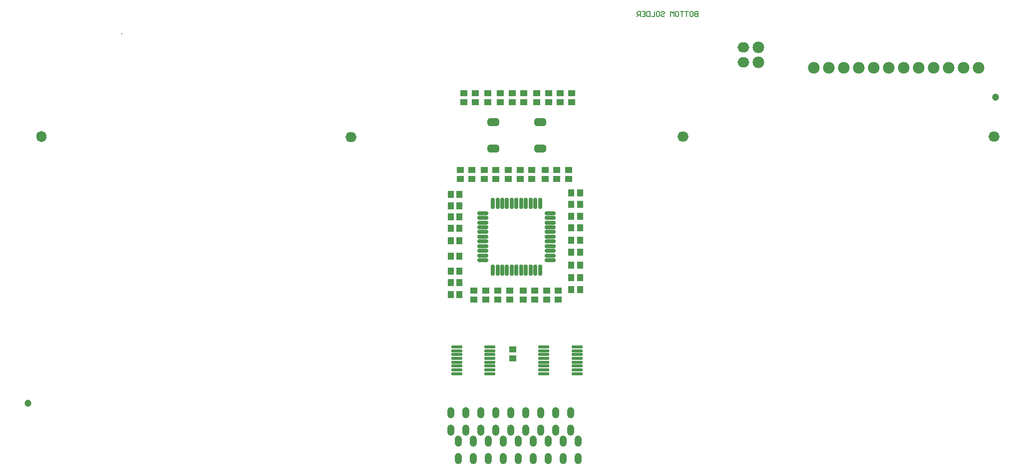
<source format=gbs>
G04*
G04 #@! TF.GenerationSoftware,Altium Limited,CircuitStudio,1.5.2 (30)*
G04*
G04 Layer_Color=32768*
%FSLAX25Y25*%
%MOIN*%
G70*
G01*
G75*
%ADD26C,0.00600*%
%ADD160C,0.04737*%
%ADD161C,0.00800*%
%ADD162C,0.07800*%
%ADD163O,0.07800X0.06800*%
%ADD164O,0.06800X0.07400*%
%ADD165O,0.07400X0.06800*%
%ADD166R,0.03950X0.04737*%
G04:AMPARAMS|DCode=167|XSize=26.9mil|YSize=74.93mil|CornerRadius=11.09mil|HoleSize=0mil|Usage=FLASHONLY|Rotation=270.000|XOffset=0mil|YOffset=0mil|HoleType=Round|Shape=RoundedRectangle|*
%AMROUNDEDRECTD167*
21,1,0.02690,0.05276,0,0,270.0*
21,1,0.00472,0.07493,0,0,270.0*
1,1,0.02217,-0.02638,-0.00236*
1,1,0.02217,-0.02638,0.00236*
1,1,0.02217,0.02638,0.00236*
1,1,0.02217,0.02638,-0.00236*
%
%ADD167ROUNDEDRECTD167*%
G04:AMPARAMS|DCode=168|XSize=26.9mil|YSize=74.93mil|CornerRadius=11.09mil|HoleSize=0mil|Usage=FLASHONLY|Rotation=0.000|XOffset=0mil|YOffset=0mil|HoleType=Round|Shape=RoundedRectangle|*
%AMROUNDEDRECTD168*
21,1,0.02690,0.05276,0,0,0.0*
21,1,0.00472,0.07493,0,0,0.0*
1,1,0.02217,0.00236,-0.02638*
1,1,0.02217,-0.00236,-0.02638*
1,1,0.02217,-0.00236,0.02638*
1,1,0.02217,0.00236,0.02638*
%
%ADD168ROUNDEDRECTD168*%
G04:AMPARAMS|DCode=169|XSize=73.35mil|YSize=22.57mil|CornerRadius=9.46mil|HoleSize=0mil|Usage=FLASHONLY|Rotation=180.000|XOffset=0mil|YOffset=0mil|HoleType=Round|Shape=RoundedRectangle|*
%AMROUNDEDRECTD169*
21,1,0.07335,0.00364,0,0,180.0*
21,1,0.05443,0.02257,0,0,180.0*
1,1,0.01893,-0.02722,0.00182*
1,1,0.01893,0.02722,0.00182*
1,1,0.01893,0.02722,-0.00182*
1,1,0.01893,-0.02722,-0.00182*
%
%ADD169ROUNDEDRECTD169*%
G04:AMPARAMS|DCode=170|XSize=70.99mil|YSize=44mil|CornerRadius=17.5mil|HoleSize=0mil|Usage=FLASHONLY|Rotation=90.000|XOffset=0mil|YOffset=0mil|HoleType=Round|Shape=RoundedRectangle|*
%AMROUNDEDRECTD170*
21,1,0.07099,0.00900,0,0,90.0*
21,1,0.03599,0.04400,0,0,90.0*
1,1,0.03500,0.00450,0.01800*
1,1,0.03500,0.00450,-0.01800*
1,1,0.03500,-0.00450,-0.01800*
1,1,0.03500,-0.00450,0.01800*
%
%ADD170ROUNDEDRECTD170*%
%ADD171R,0.04737X0.03950*%
G04:AMPARAMS|DCode=172|XSize=80mil|YSize=54mil|CornerRadius=17.8mil|HoleSize=0mil|Usage=FLASHONLY|Rotation=0.000|XOffset=0mil|YOffset=0mil|HoleType=Round|Shape=RoundedRectangle|*
%AMROUNDEDRECTD172*
21,1,0.08000,0.01840,0,0,0.0*
21,1,0.04440,0.05400,0,0,0.0*
1,1,0.03560,0.02220,-0.00920*
1,1,0.03560,-0.02220,-0.00920*
1,1,0.03560,-0.02220,0.00920*
1,1,0.03560,0.02220,0.00920*
%
%ADD172ROUNDEDRECTD172*%
D26*
X1094158Y1193599D02*
Y1190400D01*
X1092559D01*
X1092026Y1190933D01*
Y1191466D01*
X1092559Y1192000D01*
X1094158D01*
X1092559D01*
X1092026Y1192533D01*
Y1193066D01*
X1092559Y1193599D01*
X1094158D01*
X1089360D02*
X1090426D01*
X1090959Y1193066D01*
Y1190933D01*
X1090426Y1190400D01*
X1089360D01*
X1088827Y1190933D01*
Y1193066D01*
X1089360Y1193599D01*
X1087760D02*
X1085628D01*
X1086694D01*
Y1190400D01*
X1084561Y1193599D02*
X1082429D01*
X1083495D01*
Y1190400D01*
X1079763Y1193599D02*
X1080829D01*
X1081362Y1193066D01*
Y1190933D01*
X1080829Y1190400D01*
X1079763D01*
X1079230Y1190933D01*
Y1193066D01*
X1079763Y1193599D01*
X1078163Y1190400D02*
Y1193599D01*
X1077097Y1192533D01*
X1076031Y1193599D01*
Y1190400D01*
X1069633Y1193066D02*
X1070166Y1193599D01*
X1071232D01*
X1071766Y1193066D01*
Y1192533D01*
X1071232Y1192000D01*
X1070166D01*
X1069633Y1191466D01*
Y1190933D01*
X1070166Y1190400D01*
X1071232D01*
X1071766Y1190933D01*
X1066967Y1193599D02*
X1068033D01*
X1068567Y1193066D01*
Y1190933D01*
X1068033Y1190400D01*
X1066967D01*
X1066434Y1190933D01*
Y1193066D01*
X1066967Y1193599D01*
X1065368D02*
Y1190400D01*
X1063235D01*
X1062169Y1193599D02*
Y1190400D01*
X1060569D01*
X1060036Y1190933D01*
Y1193066D01*
X1060569Y1193599D01*
X1062169D01*
X1056837D02*
X1058970D01*
Y1190400D01*
X1056837D01*
X1058970Y1192000D02*
X1057903D01*
X1055771Y1190400D02*
Y1193599D01*
X1054171D01*
X1053638Y1193066D01*
Y1192000D01*
X1054171Y1191466D01*
X1055771D01*
X1054704D02*
X1053638Y1190400D01*
D160*
X646858Y931600D02*
D03*
X1292958Y1136300D02*
D03*
D161*
X709458Y1178800D02*
D03*
D162*
X1181500Y1156100D02*
D03*
X1171500D02*
D03*
X1201500D02*
D03*
X1191500D02*
D03*
X1221500D02*
D03*
X1211500D02*
D03*
X1241500D02*
D03*
X1231500D02*
D03*
X1261500D02*
D03*
X1251500D02*
D03*
X1281500D02*
D03*
X1271500D02*
D03*
X1134500Y1169500D02*
D03*
Y1159500D02*
D03*
D163*
X1124500Y1169500D02*
D03*
Y1159500D02*
D03*
D164*
X655958Y1110000D02*
D03*
D165*
X1084300Y1109950D02*
D03*
X1292000Y1110040D02*
D03*
X862658Y1109690D02*
D03*
D166*
X935000Y1004300D02*
D03*
X929100D02*
D03*
X1009500Y1072200D02*
D03*
X1015400D02*
D03*
X935000Y1071400D02*
D03*
X929100D02*
D03*
X1009500Y1064600D02*
D03*
X1015400D02*
D03*
X1009500Y1056800D02*
D03*
X1015400D02*
D03*
X1009500Y1049000D02*
D03*
X1015400D02*
D03*
X1009500Y1040500D02*
D03*
X1015400D02*
D03*
X1009500Y1007500D02*
D03*
X1015400D02*
D03*
X1009500Y1015500D02*
D03*
X1015400D02*
D03*
X1009500Y1024100D02*
D03*
X1015400D02*
D03*
X1009500Y1032500D02*
D03*
X1015400D02*
D03*
X935000Y1040300D02*
D03*
X929100D02*
D03*
X935000Y1048600D02*
D03*
X929100D02*
D03*
X935000Y1056200D02*
D03*
X929100D02*
D03*
X935000Y1063800D02*
D03*
X929100D02*
D03*
X935000Y1030100D02*
D03*
X929100D02*
D03*
X935000Y1020100D02*
D03*
X929100D02*
D03*
X935000Y1012200D02*
D03*
X929100D02*
D03*
D167*
X950559Y1058748D02*
D03*
X950559Y1055598D02*
D03*
Y1052449D02*
D03*
Y1049299D02*
D03*
Y1046150D02*
D03*
X950559Y1043000D02*
D03*
Y1039850D02*
D03*
X950559Y1036701D02*
D03*
Y1033551D02*
D03*
Y1030402D02*
D03*
X950559Y1027252D02*
D03*
X995441Y1058748D02*
D03*
Y1055598D02*
D03*
Y1052449D02*
D03*
Y1049299D02*
D03*
Y1046150D02*
D03*
Y1043000D02*
D03*
Y1039850D02*
D03*
Y1036701D02*
D03*
Y1033551D02*
D03*
Y1030402D02*
D03*
Y1027252D02*
D03*
D168*
X957252Y1020559D02*
D03*
X960402D02*
D03*
X963551D02*
D03*
X966701D02*
D03*
X969850D02*
D03*
X973000D02*
D03*
X976150D02*
D03*
X979299D02*
D03*
X982449Y1020559D02*
D03*
X985598Y1020559D02*
D03*
X988748D02*
D03*
X957252Y1065441D02*
D03*
X960402D02*
D03*
X963551D02*
D03*
X966701D02*
D03*
X969850D02*
D03*
X973000D02*
D03*
X976150D02*
D03*
X979299D02*
D03*
X982449D02*
D03*
X985598D02*
D03*
X988748D02*
D03*
D169*
X991256Y951393D02*
D03*
Y953952D02*
D03*
Y959070D02*
D03*
Y956511D02*
D03*
Y964188D02*
D03*
Y961629D02*
D03*
Y969307D02*
D03*
Y966748D02*
D03*
X1013500D02*
D03*
Y969307D02*
D03*
Y961629D02*
D03*
Y964188D02*
D03*
Y956511D02*
D03*
Y959070D02*
D03*
Y953952D02*
D03*
Y951393D02*
D03*
X933056D02*
D03*
Y953952D02*
D03*
Y959070D02*
D03*
Y956511D02*
D03*
Y964188D02*
D03*
Y961629D02*
D03*
Y969307D02*
D03*
Y966748D02*
D03*
X955300D02*
D03*
Y969307D02*
D03*
Y961629D02*
D03*
Y964188D02*
D03*
Y956511D02*
D03*
Y959070D02*
D03*
Y953952D02*
D03*
Y951393D02*
D03*
D170*
X1014191Y906156D02*
D03*
X1014191Y894794D02*
D03*
X929191Y913794D02*
D03*
X929191Y925156D02*
D03*
X939191D02*
D03*
X939191Y913794D02*
D03*
X949191D02*
D03*
X949191Y925156D02*
D03*
X959191D02*
D03*
X959191Y913794D02*
D03*
X969191D02*
D03*
X969191Y925156D02*
D03*
X979191D02*
D03*
X979191Y913794D02*
D03*
X989191D02*
D03*
X989191Y925156D02*
D03*
X999191D02*
D03*
X999191Y913794D02*
D03*
X1009191D02*
D03*
X1009191Y925156D02*
D03*
X934191Y906156D02*
D03*
X934191Y894794D02*
D03*
X944191D02*
D03*
X944191Y906156D02*
D03*
X954191D02*
D03*
X954191Y894794D02*
D03*
X964191D02*
D03*
X964191Y906156D02*
D03*
X974191D02*
D03*
X974191Y894794D02*
D03*
X984191D02*
D03*
X984191Y906156D02*
D03*
X994191D02*
D03*
X994191Y894794D02*
D03*
X1004191D02*
D03*
X1004191Y906156D02*
D03*
D171*
X970558Y961600D02*
D03*
Y967500D02*
D03*
X943300Y1081600D02*
D03*
Y1087500D02*
D03*
X951500Y1081600D02*
D03*
Y1087500D02*
D03*
X959200Y1081600D02*
D03*
Y1087500D02*
D03*
X999900Y1081600D02*
D03*
Y1087500D02*
D03*
X992100Y1081600D02*
D03*
Y1087500D02*
D03*
X983100Y1081600D02*
D03*
Y1087500D02*
D03*
X975400Y1081600D02*
D03*
Y1087500D02*
D03*
X967700Y1081600D02*
D03*
Y1087500D02*
D03*
X1007800Y1081600D02*
D03*
Y1087500D02*
D03*
X935700Y1081600D02*
D03*
Y1087500D02*
D03*
X937900Y1133000D02*
D03*
Y1138900D02*
D03*
X1010000Y1133000D02*
D03*
Y1138900D02*
D03*
X970100Y1133000D02*
D03*
Y1138900D02*
D03*
X977900Y1133000D02*
D03*
Y1138900D02*
D03*
X986600Y1133000D02*
D03*
Y1138900D02*
D03*
X994400Y1133000D02*
D03*
Y1138900D02*
D03*
X1002200Y1133000D02*
D03*
Y1138900D02*
D03*
X962300Y1133000D02*
D03*
Y1138900D02*
D03*
X953900Y1133000D02*
D03*
Y1138900D02*
D03*
X945500Y1133000D02*
D03*
Y1138900D02*
D03*
X1000900Y1007000D02*
D03*
Y1001100D02*
D03*
X993100Y1007000D02*
D03*
Y1001100D02*
D03*
X985300Y1007000D02*
D03*
Y1001100D02*
D03*
X977500Y1007000D02*
D03*
Y1001100D02*
D03*
X944400Y1007000D02*
D03*
Y1001100D02*
D03*
X952500Y1007000D02*
D03*
Y1001100D02*
D03*
X960600Y1007000D02*
D03*
Y1001100D02*
D03*
X968700Y1007000D02*
D03*
Y1001100D02*
D03*
D172*
X957405Y1102018D02*
D03*
X988901Y1102018D02*
D03*
X988901Y1119735D02*
D03*
X957405Y1119735D02*
D03*
M02*

</source>
